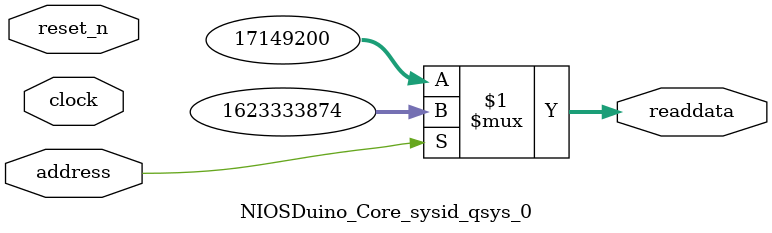
<source format=v>



// synthesis translate_off
`timescale 1ns / 1ps
// synthesis translate_on

// turn off superfluous verilog processor warnings 
// altera message_level Level1 
// altera message_off 10034 10035 10036 10037 10230 10240 10030 

module NIOSDuino_Core_sysid_qsys_0 (
               // inputs:
                address,
                clock,
                reset_n,

               // outputs:
                readdata
             )
;

  output  [ 31: 0] readdata;
  input            address;
  input            clock;
  input            reset_n;

  wire    [ 31: 0] readdata;
  //control_slave, which is an e_avalon_slave
  assign readdata = address ? 1623333874 : 17149200;

endmodule



</source>
